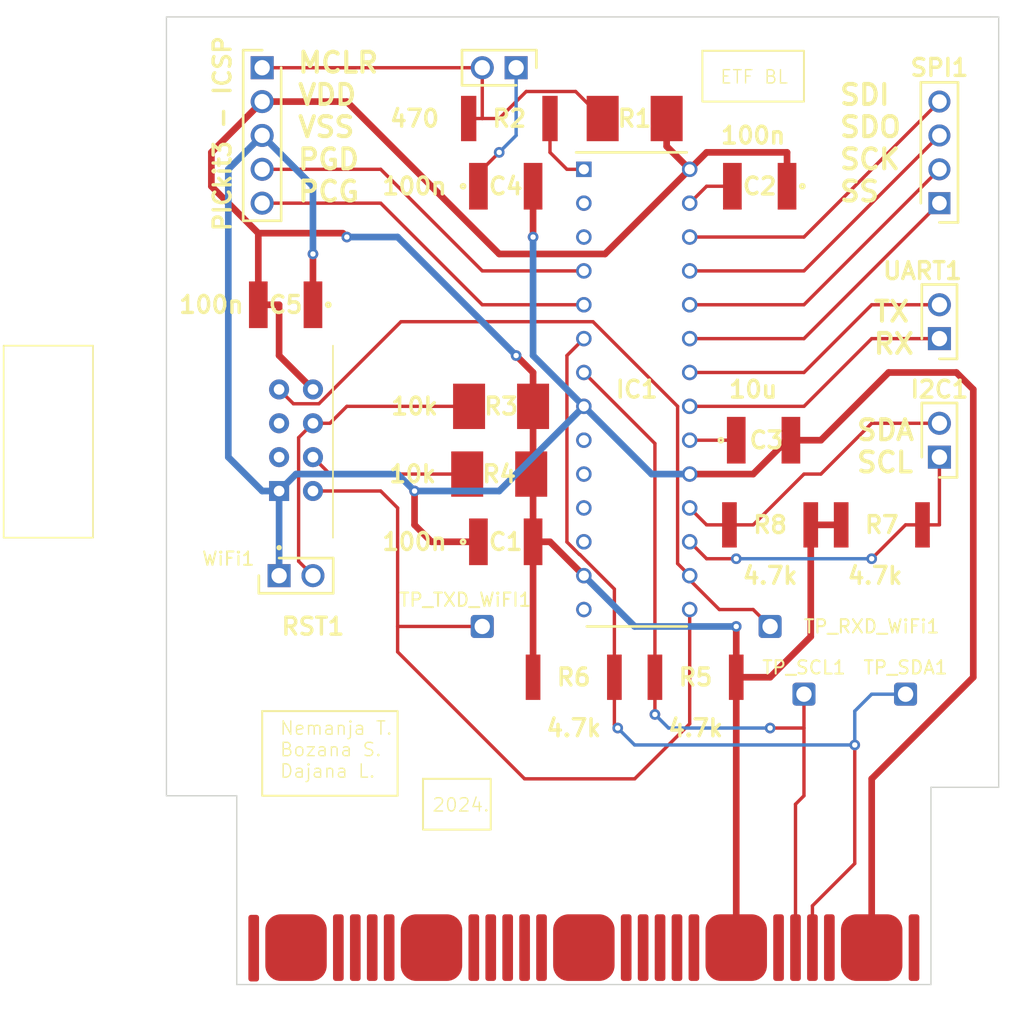
<source format=kicad_pcb>
(kicad_pcb (version 20221018) (generator pcbnew)
  (layers (0 "F.Cu" signal) (31 "B.Cu" signal) (34 "B.Paste" user) (35 "F.Paste" user) (36 "B.SilkS" user "B.Silkscreen") (37 "F.SilkS" user "F.Silkscreen") (38 "B.Mask" user) (39 "F.Mask" user) (44 "Edge.Cuts" user))
  (net 0 "")
  (net 1 "GND")
  (net 2 "VDD")
  (net 3 "Net-(IC1-VSS_2)")
  (net 4 "Net-(IC1-VCAP{slash}VDDCORE)")
  (net 5 "Net-(J19-Pin_1)")
  (net 6 "Net-(IC1-~{MCLR})")
  (net 9 "Net-(IC1-PGD1{slash}EMUD1{slash}AN2{slash}C2IN-{slash}RP0{slash}CN4{slash}RB0)")
  (net 10 "Net-(IC1-PGC1{slash}EMUC1{slash}AN3{slash}C2IN+{slash}RP1{slash}CN5{slash}RB1)")
  (net 11 "Net-(IC1-AN4{slash}C1IN-{slash}RP2{slash}SDA2{slash}CN6{slash}RB2)")
  (net 12 "Net-(IC1-AN5{slash}C1IN+{slash}RP3{slash}SCL2{slash}CN7{slash}RB3)")
  (net 18 "Net-(IC1-PGC3{slash}EMUC3{slash}RP6{slash}ASCL1{slash}CN24{slash}PMD6{slash}RB6)")
  (net 19 "Net-(IC1-RP7{slash}INT0{slash}CN23{slash}PMD5{slash}RB7)")
  (net 20 "/RX")
  (net 21 "/TX")
  (net 22 "/SS")
  (net 23 "/SCK")
  (net 24 "/SDO")
  (net 25 "/SDI")
  (net 26 "Net-(J1-Pin_1)")
  (net 27 "Net-(RST1-Pin_2)")
  (net 28 "Net-(WiFi1-EN)")
  (net 31 "/SCL_1")
  (net 32 "/SDA_1")
  (footprint "RES_10k:RESC6432X120N" (layer "F.Cu") (at 124.46 90.17 180)
    (fp_text reference "R4" (at 0 0) (layer "F.SilkS") (effects (font (size 1.27 1.27) (thickness 0.254))))
    (fp_text value "10k" (at 6.49 0) (layer "F.SilkS") (effects (font (size 1.27 1.27) (thickness 0.254))))
    (pad "1" smd rect (at -2.4 0 180) (size 2.4 3.4) (layers "F.Cu" "F.Paste" "F.Mask") (net 2 "VDD"))
    (pad "2" smd rect (at 2.4 0 180) (size 2.4 3.4) (layers "F.Cu" "F.Paste" "F.Mask") (net 28 "Net-(WiFi1-EN)"))
  )
  (footprint "RES_4k7:RESC6432X65N" (layer "F.Cu") (at 144.78 93.98 180)
    (fp_text reference "R8" (at 0 0) (layer "F.SilkS") (effects (font (size 1.27 1.27) (thickness 0.254))))
    (fp_text value "4.7k" (at 0 -3.81 180) (layer "F.SilkS") (effects (font (size 1.27 1.27) (thickness 0.254))))
    (pad "1" smd rect (at -3.05 0 180) (size 1.1 3.4) (layers "F.Cu" "F.Paste" "F.Mask") (net 2 "VDD"))
    (pad "2" smd rect (at 3.05 0 180) (size 1.1 3.4) (layers "F.Cu" "F.Paste" "F.Mask") (net 32 "/SDA_1"))
  )
  (footprint "PIC24FJ64GA002:DIP794W56P254L3486H508Q28N" (layer "F.Cu") (at 134.779 83.82)
    (fp_text reference "IC1" (at 0 0) (layer "F.SilkS") (effects (font (size 1.27 1.27) (thickness 0.254))))
    (fp_text value "PIC24FJ64GA002-I_SP" hide)
    (fp_line (start -4.548 -17.78) (end 3.746 -17.78) (stroke (width 0.2)) (layer "F.SilkS"))
    (fp_line (start -3.746 17.78) (end 3.746 17.78) (stroke (width 0.2)) (layer "F.SilkS"))
    (pad "1" thru_hole rect (at -3.969 -16.51) (size 1.159 1.159) (drill 0.759) (layers "*.Cu" "*.Mask") (net 6 "Net-(IC1-~{MCLR})"))
    (pad "2" thru_hole circle (at -3.969 -13.97) (size 1.159 1.159) (drill 0.759) (layers "*.Cu" "*.Mask"))
    (pad "3" thru_hole circle (at -3.969 -11.43) (size 1.159 1.159) (drill 0.759) (layers "*.Cu" "*.Mask"))
    (pad "4" thru_hole circle (at -3.969 -8.89) (size 1.159 1.159) (drill 0.759) (layers "*.Cu" "*.Mask") (net 9 "Net-(IC1-PGD1{slash}EMUD1{slash}AN2{slash}C2IN-{slash}RP0{slash}CN4{slash}RB0)"))
    (pad "5" thru_hole circle (at -3.969 -6.35) (size 1.159 1.159) (drill 0.759) (layers "*.Cu" "*.Mask") (net 10 "Net-(IC1-PGC1{slash}EMUC1{slash}AN3{slash}C2IN+{slash}RP1{slash}CN5{slash}RB1)"))
    (pad "6" thru_hole circle (at -3.969 -3.81) (size 1.159 1.159) (drill 0.759) (layers "*.Cu" "*.Mask") (net 11 "Net-(IC1-AN4{slash}C1IN-{slash}RP2{slash}SDA2{slash}CN6{slash}RB2)"))
    (pad "7" thru_hole circle (at -3.969 -1.27) (size 1.159 1.159) (drill 0.759) (layers "*.Cu" "*.Mask") (net 12 "Net-(IC1-AN5{slash}C1IN+{slash}RP3{slash}SCL2{slash}CN7{slash}RB3)"))
    (pad "8" thru_hole circle (at -3.969 1.27) (size 1.159 1.159) (drill 0.759) (layers "*.Cu" "*.Mask") (net 1 "GND"))
    (pad "9" thru_hole circle (at -3.969 3.81) (size 1.159 1.159) (drill 0.759) (layers "*.Cu" "*.Mask"))
    (pad "10" thru_hole circle (at -3.969 6.35) (size 1.159 1.159) (drill 0.759) (layers "*.Cu" "*.Mask"))
    (pad "11" thru_hole circle (at -3.969 8.89) (size 1.159 1.159) (drill 0.759) (layers "*.Cu" "*.Mask"))
    (pad "12" thru_hole circle (at -3.969 11.43) (size 1.159 1.159) (drill 0.759) (layers "*.Cu" "*.Mask"))
    (pad "13" thru_hole circle (at -3.969 13.97) (size 1.159 1.159) (drill 0.759) (layers "*.Cu" "*.Mask") (net 2 "VDD"))
    (pad "14" thru_hole circle (at -3.969 16.51) (size 1.159 1.159) (drill 0.759) (layers "*.Cu" "*.Mask"))
    (pad "15" thru_hole circle (at 3.969 16.51) (size 1.159 1.159) (drill 0.759) (layers "*.Cu" "*.Mask") (net 18 "Net-(IC1-PGC3{slash}EMUC3{slash}RP6{slash}ASCL1{slash}CN24{slash}PMD6{slash}RB6)"))
    (pad "16" thru_hole circle (at 3.969 13.97) (size 1.159 1.159) (drill 0.759) (layers "*.Cu" "*.Mask") (net 19 "Net-(IC1-RP7{slash}INT0{slash}CN23{slash}PMD5{slash}RB7)"))
    (pad "17" thru_hole circle (at 3.969 11.43) (size 1.159 1.159) (drill 0.759) (layers "*.Cu" "*.Mask") (net 31 "/SCL_1"))
    (pad "18" thru_hole circle (at 3.969 8.89) (size 1.159 1.159) (drill 0.759) (layers "*.Cu" "*.Mask") (net 32 "/SDA_1"))
    (pad "19" thru_hole circle (at 3.969 6.35) (size 1.159 1.159) (drill 0.759) (layers "*.Cu" "*.Mask") (net 1 "GND"))
    (pad "20" thru_hole circle (at 3.969 3.81) (size 1.159 1.159) (drill 0.759) (layers "*.Cu" "*.Mask") (net 4 "Net-(IC1-VCAP{slash}VDDCORE)"))
    (pad "21" thru_hole circle (at 3.969 1.27) (size 1.159 1.159) (drill 0.759) (layers "*.Cu" "*.Mask") (net 20 "/RX"))
    (pad "22" thru_hole circle (at 3.969 -1.27) (size 1.159 1.159) (drill 0.759) (layers "*.Cu" "*.Mask") (net 21 "/TX"))
    (pad "23" thru_hole circle (at 3.969 -3.81) (size 1.159 1.159) (drill 0.759) (layers "*.Cu" "*.Mask") (net 22 "/SS"))
    (pad "24" thru_hole circle (at 3.969 -6.35) (size 1.159 1.159) (drill 0.759) (layers "*.Cu" "*.Mask") (net 23 "/SCK"))
    (pad "25" thru_hole circle (at 3.969 -8.89) (size 1.159 1.159) (drill 0.759) (layers "*.Cu" "*.Mask") (net 24 "/SDO"))
    (pad "26" thru_hole circle (at 3.969 -11.43) (size 1.159 1.159) (drill 0.759) (layers "*.Cu" "*.Mask") (net 25 "/SDI"))
    (pad "27" thru_hole circle (at 3.969 -13.97) (size 1.159 1.159) (drill 0.759) (layers "*.Cu" "*.Mask") (net 3 "Net-(IC1-VSS_2)"))
    (pad "28" thru_hole circle (at 3.969 -16.51) (size 1.159 1.159) (drill 0.759) (layers "*.Cu" "*.Mask") (net 2 "VDD"))
  )
  (footprint "RES_4k7:RESC6432X65N" (layer "F.Cu") (at 153.16 93.98)
    (fp_text reference "R7" (at 0 0) (layer "F.SilkS") (effects (font (size 1.27 1.27) (thickness 0.254))))
    (fp_text value "4.7k" (at -0.51 3.81) (layer "F.SilkS") (effects (font (size 1.27 1.27) (thickness 0.254))))
    (pad "1" smd rect (at -3.05 0) (size 1.1 3.4) (layers "F.Cu" "F.Paste" "F.Mask") (net 2 "VDD"))
    (pad "2" smd rect (at 3.05 0) (size 1.1 3.4) (layers "F.Cu" "F.Paste" "F.Mask") (net 31 "/SCL_1"))
  )
  (footprint "Connector_Wire:SolderWire-0.1sqmm_1x01_D0.4mm_OD1mm" (layer "F.Cu") (at 144.78 101.6)
    (fp_text reference "TP_RXD_WiFi1" (at 7.62 0) (layer "F.SilkS"))
    (fp_text value "Conn_01x01_Pin" hide)
    (pad "1" thru_hole roundrect (at 0 0) (size 1.725 1.725) (drill 1.15) (layers "*.Cu" "*.Mask") (roundrect_rratio 0.15625) (net 19 "Net-(IC1-RP7{slash}INT0{slash}CN23{slash}PMD5{slash}RB7)"))
  )
  (footprint "P_4_HEADER:HDRV4W64P0X254_1X4_1016X254X889P" (layer "F.Cu") (at 157.48 69.85 90)
    (fp_text reference "SPI1" (at 10.16 0 180) (layer "F.SilkS") (effects (font (size 1.27 1.27) (thickness 0.254))))
    (fp_text value "Conn_01x04_Pin" hide)
    (fp_line (start -1.445 0) (end -1.445 1.395) (stroke (width 0.2)) (layer "F.SilkS"))
    (fp_line (start -1.445 1.395) (end 9.065 1.395) (stroke (width 0.2)) (layer "F.SilkS"))
    (fp_line (start 9.065 -1.395) (end 0 -1.395) (stroke (width 0.2)) (layer "F.SilkS"))
    (fp_line (start 9.065 1.395) (end 9.065 -1.395) (stroke (width 0.2)) (layer "F.SilkS"))
    (pad "1" thru_hole rect (at 0 0 90) (size 1.65 1.65) (drill 1.1) (layers "*.Cu" "*.Mask") (net 22 "/SS"))
    (pad "2" thru_hole circle (at 2.54 0 90) (size 1.65 1.65) (drill 1.1) (layers "*.Cu" "*.Mask") (net 23 "/SCK"))
    (pad "3" thru_hole circle (at 5.08 0 90) (size 1.65 1.65) (drill 1.1) (layers "*.Cu" "*.Mask") (net 24 "/SDO"))
    (pad "4" thru_hole circle (at 7.62 0 90) (size 1.65 1.65) (drill 1.1) (layers "*.Cu" "*.Mask") (net 25 "/SDI"))
  )
  (footprint "CAP_0.1uF:C1812" (layer "F.Cu") (at 144 68.58 180)
    (fp_text reference "C2" (at 0 0) (layer "F.SilkS") (effects (font (size 1.27 1.27) (thickness 0.254))))
    (fp_text value "100n" (at 0.49 3.81 180) (layer "F.SilkS") (effects (font (size 1.27 1.27) (thickness 0.254))))
    (fp_circle (center -3.2 0) (end -3.2 0.05) (stroke (width 0.2)) (fill none) (layer "F.SilkS"))
    (pad "1" smd rect (at -2.05 0 180) (size 1.4 3.5) (layers "F.Cu" "F.Paste" "F.Mask") (net 2 "VDD"))
    (pad "2" smd rect (at 2.05 0 180) (size 1.4 3.5) (layers "F.Cu" "F.Paste" "F.Mask") (net 3 "Net-(IC1-VSS_2)"))
  )
  (footprint "RES_10k:RESC6432X120N" (layer "F.Cu") (at 124.6 85.09 180)
    (fp_text reference "R3" (at 0 0) (layer "F.SilkS") (effects (font (size 1.27 1.27) (thickness 0.254))))
    (fp_text value "10k" (at 6.49 0) (layer "F.SilkS") (effects (font (size 1.27 1.27) (thickness 0.254))))
    (pad "1" smd rect (at -2.4 0 180) (size 2.4 3.4) (layers "F.Cu" "F.Paste" "F.Mask") (net 2 "VDD"))
    (pad "2" smd rect (at 2.4 0 180) (size 2.4 3.4) (layers "F.Cu" "F.Paste" "F.Mask") (net 27 "Net-(RST1-Pin_2)"))
  )
  (footprint "P_2_HEADER:HDRV2W66P0X254_1X2_508X254X874P" (layer "F.Cu") (at 157.48 88.9 90)
    (fp_text reference "I2C1" (at 5.08 0 180) (layer "F.SilkS") (effects (font (size 1.27 1.27) (thickness 0.254))))
    (fp_text value "Conn_01x02_Pin" hide)
    (fp_line (start -1.52 0) (end -1.52 1.32) (stroke (width 0.2)) (layer "F.SilkS"))
    (fp_line (start -1.52 1.32) (end 4.06 1.32) (stroke (width 0.2)) (layer "F.SilkS"))
    (fp_line (start 4.06 -1.32) (end 0 -1.32) (stroke (width 0.2)) (layer "F.SilkS"))
    (fp_line (start 4.06 1.32) (end 4.06 -1.32) (stroke (width 0.2)) (layer "F.SilkS"))
    (pad "1" thru_hole rect (at 0 0 90) (size 1.725 1.725) (drill 1.15) (layers "*.Cu" "*.Mask") (net 31 "/SCL_1"))
    (pad "2" thru_hole circle (at 2.54 0 90) (size 1.725 1.725) (drill 1.15) (layers "*.Cu" "*.Mask") (net 32 "/SDA_1"))
  )
  (footprint "RES_4k7:RESC6432X65N" (layer "F.Cu") (at 139.19 105.41 180)
    (fp_text reference "R5" (at 0 0) (layer "F.SilkS") (effects (font (size 1.27 1.27) (thickness 0.254))))
    (fp_text value "4.7k" (at 0 -3.81) (layer "F.SilkS") (effects (font (size 1.27 1.27) (thickness 0.254))))
    (pad "1" smd rect (at -3.05 0 180) (size 1.1 3.4) (layers "F.Cu" "F.Paste" "F.Mask") (net 2 "VDD"))
    (pad "2" smd rect (at 3.05 0 180) (size 1.1 3.4) (layers "F.Cu" "F.Paste" "F.Mask") (net 12 "Net-(IC1-AN5{slash}C1IN+{slash}RP3{slash}SCL2{slash}CN7{slash}RB3)"))
  )
  (footprint "CAP_0.1uF:C1812" (layer "F.Cu") (at 124.95 68.58)
    (fp_text reference "C4" (at 0 0) (layer "F.SilkS") (effects (font (size 1.27 1.27) (thickness 0.254))))
    (fp_text value "100n" (at -6.84 0) (layer "F.SilkS") (effects (font (size 1.27 1.27) (thickness 0.254))))
    (fp_circle (center -3.2 0) (end -3.2 0.05) (stroke (width 0.2)) (fill none) (layer "F.SilkS"))
    (pad "1" smd rect (at -2.05 0) (size 1.4 3.5) (layers "F.Cu" "F.Paste" "F.Mask") (net 5 "Net-(J19-Pin_1)"))
    (pad "2" smd rect (at 2.05 0) (size 1.4 3.5) (layers "F.Cu" "F.Paste" "F.Mask") (net 1 "GND"))
  )
  (footprint "RES_4k7:RESC6432X65N" (layer "F.Cu") (at 130.05 105.41)
    (fp_text reference "R6" (at 0 0) (layer "F.SilkS") (effects (font (size 1.27 1.27) (thickness 0.254))))
    (fp_text value "4.7k" (at 0 3.81) (layer "F.SilkS") (effects (font (size 1.27 1.27) (thickness 0.254))))
    (pad "1" smd rect (at -3.05 0) (size 1.1 3.4) (layers "F.Cu" "F.Paste" "F.Mask") (net 2 "VDD"))
    (pad "2" smd rect (at 3.05 0) (size 1.1 3.4) (layers "F.Cu" "F.Paste" "F.Mask") (net 11 "Net-(IC1-AN4{slash}C1IN-{slash}RP2{slash}SDA2{slash}CN6{slash}RB2)"))
  )
  (footprint "Connector_Wire:SolderWire-0.1sqmm_1x01_D0.4mm_OD1mm" (layer "F.Cu") (at 147.32 106.68)
    (fp_text reference "TP_SCL1" (at 0 -2) (layer "F.SilkS"))
    (fp_text value "Conn_01x01_Pin" hide)
    (pad "1" thru_hole roundrect (at 0 0) (size 1.725 1.725) (drill 1.15) (layers "*.Cu" "*.Mask") (roundrect_rratio 0.15625) (net 12 "Net-(IC1-AN5{slash}C1IN+{slash}RP3{slash}SCL2{slash}CN7{slash}RB3)"))
  )
  (footprint "CAP_0.1uF:C1812" (layer "F.Cu") (at 108.44 77.47 180)
    (fp_text reference "C5" (at 0 0 180) (layer "F.SilkS") (effects (font (size 1.27 1.27) (thickness 0.254))))
    (fp_text value "100n" (at 5.57 0) (layer "F.SilkS") (effects (font (size 1.27 1.27) (thickness 0.254))))
    (fp_circle (center -3.2 0) (end -3.2 0.05) (stroke (width 0.2)) (fill none) (layer "F.SilkS"))
    (pad "1" smd rect (at -2.05 0 180) (size 1.4 3.5) (layers "F.Cu" "F.Paste" "F.Mask") (net 1 "GND"))
    (pad "2" smd rect (at 2.05 0 180) (size 1.4 3.5) (layers "F.Cu" "F.Paste" "F.Mask") (net 2 "VDD"))
  )
  (footprint "CAP_0.1uF:C1812" (layer "F.Cu") (at 124.95 95.25)
    (fp_text reference "C1" (at 0 0) (layer "F.SilkS") (effects (font (size 1.27 1.27) (thickness 0.254))))
    (fp_text value "100n" (at -6.84 0) (layer "F.SilkS") (effects (font (size 1.27 1.27) (thickness 0.254))))
    (fp_circle (center -3.2 0) (end -3.2 0.05) (stroke (width 0.2)) (fill none) (layer "F.SilkS"))
    (pad "1" smd rect (at -2.05 0) (size 1.4 3.5) (layers "F.Cu" "F.Paste" "F.Mask") (net 1 "GND"))
    (pad "2" smd rect (at 2.05 0) (size 1.4 3.5) (layers "F.Cu" "F.Paste" "F.Mask") (net 2 "VDD"))
  )
  (footprint "P_2_HEADER:HDRV2W66P0X254_1X2_508X254X874P" (layer "F.Cu") (at 107.95 97.79)
    (fp_text reference "RST1" (at 2.54 3.81) (layer "F.SilkS") (effects (font (size 1.27 1.27) (thickness 0.254))))
    (fp_text value "Conn_01x02_Pin" hide)
    (fp_line (start -1.52 0) (end -1.52 1.32) (stroke (width 0.2)) (layer "F.SilkS"))
    (fp_line (start -1.52 1.32) (end 4.06 1.32) (stroke (width 0.2)) (layer "F.SilkS"))
    (fp_line (start 4.06 -1.32) (end 0 -1.32) (stroke (width 0.2)) (layer "F.SilkS"))
    (fp_line (start 4.06 1.32) (end 4.06 -1.32) (stroke (width 0.2)) (layer "F.SilkS"))
    (pad "1" thru_hole rect (at 0 0) (size 1.725 1.725) (drill 1.15) (layers "*.Cu" "*.Mask") (net 1 "GND"))
    (pad "2" thru_hole circle (at 2.54 0) (size 1.725 1.725) (drill 1.15) (layers "*.Cu" "*.Mask") (net 27 "Net-(RST1-Pin_2)"))
  )
  (footprint "Connector_Wire:SolderWire-0.1sqmm_1x01_D0.4mm_OD1mm" (layer "F.Cu") (at 154.94 106.68)
    (fp_text reference "TP_SDA1" (at 0 -2) (layer "F.SilkS"))
    (fp_text value "Conn_01x01_Pin" hide)
    (pad "1" thru_hole roundrect (at 0 0) (size 1.725 1.725) (drill 1.15) (layers "*.Cu" "*.Mask") (roundrect_rratio 0.15625) (net 11 "Net-(IC1-AN4{slash}C1IN-{slash}RP2{slash}SDA2{slash}CN6{slash}RB2)"))
  )
  (footprint "P_5_HEADER:HDRV5W67P0X254_1X5_1229X234X821P" (layer "F.Cu") (at 106.68 59.69 -90)
    (fp_text reference "J1" hide)
    (fp_text value "PICkit3 - ICSP" (at 4.94 2.985 90) (layer "F.SilkS") (effects (font (size 1.27 1.27) (thickness 0.254))))
    (fp_line (start -1.32 0) (end -1.32 1.425) (stroke (width 0.2)) (layer "F.SilkS"))
    (fp_line (start -1.32 1.425) (end 11.48 1.425) (stroke (width 0.2)) (layer "F.SilkS"))
    (fp_line (start 11.48 -1.425) (end 0 -1.425) (stroke (width 0.2)) (layer "F.SilkS"))
    (fp_line (start 11.48 1.425) (end 11.48 -1.425) (stroke (width 0.2)) (layer "F.SilkS"))
    (pad "1" thru_hole rect (at 0 0 270) (size 1.725 1.725) (drill 1.15) (layers "*.Cu" "*.Mask") (net 26 "Net-(J1-Pin_1)"))
    (pad "2" thru_hole circle (at 2.54 0 270) (size 1.725 1.725) (drill 1.15) (layers "*.Cu" "*.Mask") (net 2 "VDD"))
    (pad "3" thru_hole circle (at 5.08 0 270) (size 1.725 1.725) (drill 1.15) (layers "*.Cu" "*.Mask") (net 1 "GND"))
    (pad "4" thru_hole circle (at 7.62 0 270) (size 1.725 1.725) (drill 1.15) (layers "*.Cu" "*.Mask") (net 9 "Net-(IC1-PGD1{slash}EMUD1{slash}AN2{slash}C2IN-{slash}RP0{slash}CN4{slash}RB0)"))
    (pad "5" thru_hole circle (at 10.16 0 270) (size 1.725 1.725) (drill 1.15) (layers "*.Cu" "*.Mask") (net 10 "Net-(IC1-PGC1{slash}EMUC1{slash}AN3{slash}C2IN+{slash}RP1{slash}CN5{slash}RB1)"))
  )
  (footprint "P_2_HEADER:HDRV2W66P0X254_1X2_508X254X874P" (layer "F.Cu") (at 125.73 59.69 180)
    (fp_text reference "J19" hide)
    (fp_text value "Conn_01x02_Pin" hide)
    (fp_line (start -1.52 0) (end -1.52 1.32) (stroke (width 0.2)) (layer "F.SilkS"))
    (fp_line (start -1.52 1.32) (end 4.06 1.32) (stroke (width 0.2)) (layer "F.SilkS"))
    (fp_line (start 4.06 -1.32) (end 0 -1.32) (stroke (width 0.2)) (layer "F.SilkS"))
    (fp_line (start 4.06 1.32) (end 4.06 -1.32) (stroke (width 0.2)) (layer "F.SilkS"))
    (pad "1" thru_hole rect (at 0 0 180) (size 1.725 1.725) (drill 1.15) (layers "*.Cu" "*.Mask") (net 5 "Net-(J19-Pin_1)"))
    (pad "2" thru_hole circle (at 2.54 0 180) (size 1.725 1.725) (drill 1.15) (layers "*.Cu" "*.Mask") (net 26 "Net-(J1-Pin_1)"))
  )
  (footprint "Edge_Connector_Library:Edge_Connector" (layer "F.Cu") (at 104.775 128.27)
    (fp_text reference "U1" hide)
    (fp_text value "~" hide)
    (pad "1" smd roundrect (at 1.27 -2.54) (size 0.8 5) (layers "F.Cu" "F.Paste" "F.Mask"))
    (pad "2" smd roundrect (at 4.445 -2.58) (size 4.61 5) (layers "F.Cu" "F.Paste" "F.Mask"))
    (pad "3" smd roundrect (at 7.62 -2.58) (size 0.8 5) (layers "F.Cu" "F.Paste" "F.Mask"))
    (pad "4" smd roundrect (at 8.89 -2.58) (size 0.8 5) (layers "F.Cu" "F.Paste" "F.Mask"))
    (pad "5" smd roundrect (at 10.16 -2.58) (size 0.8 5) (layers "F.Cu" "F.Paste" "F.Mask"))
    (pad "6" smd roundrect (at 11.43 -2.58) (size 0.8 5) (layers "F.Cu" "F.Paste" "F.Mask"))
    (pad "7" smd roundrect (at 14.605 -2.58) (size 4.61 5) (layers "F.Cu" "F.Paste" "F.Mask"))
    (pad "8" smd roundrect (at 17.78 -2.58) (size 0.8 5) (layers "F.Cu" "F.Paste" "F.Mask"))
    (pad "9" smd roundrect (at 19.05 -2.58) (size 0.8 5) (layers "F.Cu" "F.Paste" "F.Mask"))
    (pad "10" smd roundrect (at 20.32 -2.58) (size 0.8 5) (layers "F.Cu" "F.Paste" "F.Mask"))
    (pad "11" smd roundrect (at 21.59 -2.58) (size 0.8 5) (layers "F.Cu" "F.Paste" "F.Mask"))
    (pad "12" smd roundrect (at 22.86 -2.58) (size 0.8 5) (layers "F.Cu" "F.Paste" "F.Mask"))
    (pad "13" smd roundrect (at 26.035 -2.58) (size 4.61 5) (layers "F.Cu" "F.Paste" "F.Mask"))
    (pad "14" smd roundrect (at 29.21 -2.58) (size 0.8 5) (layers "F.Cu" "F.Paste" "F.Mask"))
    (pad "15" smd roundrect (at 30.48 -2.58) (size 0.8 5) (layers "F.Cu" "F.Paste" "F.Mask"))
    (pad "16" smd roundrect (at 31.75 -2.58) (size 0.8 5) (layers "F.Cu" "F.Paste" "F.Mask"))
    (pad "17" smd roundrect (at 33.02 -2.58) (size 0.8 5) (layers "F.Cu" "F.Paste" "F.Mask"))
    (pad "18" smd roundrect (at 34.29 -2.58) (size 0.8 5) (layers "F.Cu" "F.Paste" "F.Mask"))
    (pad "19" smd roundrect (at 37.465 -2.58) (size 4.61 5) (layers "F.Cu" "F.Paste" "F.Mask") (net 2 "VDD"))
    (pad "20" smd roundrect (at 40.64 -2.58) (size 0.8 5) (layers "F.Cu" "F.Paste" "F.Mask"))
    (pad "21" smd roundrect (at 41.91 -2.58) (size 0.8 5) (layers "F.Cu" "F.Paste" "F.Mask") (net 12 "Net-(IC1-AN5{slash}C1IN+{slash}RP3{slash}SCL2{slash}CN7{slash}RB3)"))
    (pad "22" smd roundrect (at 43.18 -2.58) (size 0.8 5) (layers "F.Cu" "F.Paste" "F.Mask") (net 11 "Net-(IC1-AN4{slash}C1IN-{slash}RP2{slash}SDA2{slash}CN6{slash}RB2)"))
    (pad "23" smd roundrect (at 44.45 -2.58) (size 0.8 5) (layers "F.Cu" "F.Paste" "F.Mask"))
    (pad "24" smd roundrect (at 47.625 -2.58) (size 4.61 5) (layers "F.Cu" "F.Paste" "F.Mask") (net 1 "GND"))
    (pad "25" smd roundrect (at 50.8 -2.58) (size 0.8 5) (layers "F.Cu" "F.Paste" "F.Mask"))
  )
  (footprint "P_2_HEADER:HDRV2W66P0X254_1X2_508X254X874P" (layer "F.Cu") (at 157.48 80.01 90)
    (fp_text reference "UART1" (at 5.08 -1.27 180) (layer "F.SilkS") (effects (font (size 1.27 1.27) (thickness 0.254))))
    (fp_text value "Conn_01x02_Pin" hide)
    (fp_line (start -1.52 0) (end -1.52 1.32) (stroke (width 0.2)) (layer "F.SilkS"))
    (fp_line (start -1.52 1.32) (end 4.06 1.32) (stroke (width 0.2)) (layer "F.SilkS"))
    (fp_line (start 4.06 -1.32) (end 0 -1.32) (stroke (width 0.2)) (layer "F.SilkS"))
    (fp_line (start 4.06 1.32) (end 4.06 -1.32) (stroke (width 0.2)) (layer "F.SilkS"))
    (pad "1" thru_hole rect (at 0 0 90) (size 1.725 1.725) (drill 1.15) (layers "*.Cu" "*.Mask") (net 20 "/RX"))
    (pad "2" thru_hole circle (at 2.54 0 90) (size 1.725 1.725) (drill 1.15) (layers "*.Cu" "*.Mask") (net 21 "/TX"))
  )
  (footprint "RES_10k:RESC6432X120N" (layer "F.Cu") (at 134.62 63.5 180)
    (fp_text reference "R1" (at 0 0) (layer "F.SilkS") (effects (font (size 1.27 1.27) (thickness 0.254))))
    (fp_text value "10k" hide)
    (pad "1" smd rect (at -2.4 0 180) (size 2.4 3.4) (layers "F.Cu" "F.Paste" "F.Mask") (net 2 "VDD"))
    (pad "2" smd rect (at 2.4 0 180) (size 2.4 3.4) (layers "F.Cu" "F.Paste" "F.Mask") (net 26 "Net-(J1-Pin_1)"))
  )
  (footprint "CAP_10uF:C1812" (layer "F.Cu") (at 144.29 87.63)
    (fp_text reference "C3" (at 0.21 0) (layer "F.SilkS") (effects (font (size 1.27 1.27) (thickness 0.254))))
    (fp_text value "10u" (at -0.78 -3.81) (layer "F.SilkS") (effects (font (size 1.27 1.27) (thickness 0.254))))
    (fp_circle (center -3.2 0) (end -3.2 0.05) (stroke (width 0.2)) (fill none) (layer "F.SilkS"))
    (pad "1" smd rect (at -2.05 0) (size 1.4 3.5) (layers "F.Cu" "F.Paste" "F.Mask") (net 4 "Net-(IC1-VCAP{slash}VDDCORE)"))
    (pad "2" smd rect (at 2.05 0) (size 1.4 3.5) (layers "F.Cu" "F.Paste" "F.Mask") (net 1 "GND"))
  )
  (footprint "Connector_Wire:SolderWire-0.1sqmm_1x01_D0.4mm_OD1mm" (layer "F.Cu") (at 123.19 101.6)
    (fp_text reference "TP_TXD_WiFI1" (at -1.27 -2) (layer "F.SilkS"))
    (fp_text value "Conn_01x01_Pin" hide)
    (pad "1" thru_hole roundrect (at 0 0) (size 1.725 1.725) (drill 1.15) (layers "*.Cu" "*.Mask") (roundrect_rratio 0.15625) (net 18 "Net-(IC1-PGC3{slash}EMUC3{slash}RP6{slash}ASCL1{slash}CN24{slash}PMD6{slash}RB6)"))
  )
  (footprint "WiFi:XCVR_ESP8266-01_ESP-01" (layer "F.Cu") (at 99.64 87.63 90)
    (fp_text reference "WiFi1" (at -8.89 4.5 180) (layer "F.SilkS"))
    (fp_text value "ESP8266-01_ESP-01" hide)
    (fp_line (start -7.31 -12.35) (end 7.09 -12.35) (stroke (width 0.127)) (layer "F.SilkS"))
    (fp_line (start -7.31 -5.65) (end -7.31 -12.35) (stroke (width 0.127)) (layer "F.SilkS"))
    (fp_line (start 7.09 -12.35) (end 7.09 -5.65) (stroke (width 0.127)) (layer "F.SilkS"))
    (fp_line (start 7.09 -5.65) (end -7.31 -5.65) (stroke (width 0.127)) (layer "F.SilkS"))
    (fp_line (start 7.09 12.35) (end -7.31 12.35) (stroke (width 0.127)) (layer "F.SilkS"))
    (fp_circle (center -8.06 8.31) (end -7.96 8.31) (stroke (width 0.2)) (fill none) (layer "F.SilkS"))
    (pad "1" thru_hole rect (at -3.81 8.31 90) (size 1.5 1.5) (drill 0.8) (layers "*.Cu" "*.Mask") (net 1 "GND"))
    (pad "2" thru_hole circle (at -1.27 8.31 90) (size 1.5 1.5) (drill 0.8) (layers "*.Cu" "*.Mask"))
    (pad "3" thru_hole circle (at 1.27 8.31 90) (size 1.5 1.5) (drill 0.8) (layers "*.Cu" "*.Mask"))
    (pad "4" thru_hole circle (at 3.81 8.31 90) (size 1.5 1.5) (drill 0.8) (layers "*.Cu" "*.Mask") (net 19 "Net-(IC1-RP7{slash}INT0{slash}CN23{slash}PMD5{slash}RB7)"))
    (pad "5" thru_hole circle (at -3.81 10.85 90) (size 1.5 1.5) (drill 0.8) (layers "*.Cu" "*.Mask") (net 18 "Net-(IC1-PGC3{slash}EMUC3{slash}RP6{slash}ASCL1{slash}CN24{slash}PMD6{slash}RB6)"))
    (pad "6" thru_hole circle (at -1.27 10.85 90) (size 1.5 1.5) (drill 0.8) (layers "*.Cu" "*.Mask") (net 28 "Net-(WiFi1-EN)"))
    (pad "7" thru_hole circle (at 1.27 10.85 90) (size 1.5 1.5) (drill 0.8) (layers "*.Cu" "*.Mask") (net 27 "Net-(RST1-Pin_2)"))
    (pad "8" thru_hole circle (at 3.81 10.85 90) (size 1.5 1.5) (drill 0.8) (layers "*.Cu" "*.Mask") (net 2 "VDD"))
  )
  (footprint "RES_470:RESC6332X65N" (layer "F.Cu") (at 125.22 63.5)
    (fp_text reference "R2" (at 0 0) (layer "F.SilkS") (effects (font (size 1.27 1.27) (thickness 0.254))))
    (fp_text value "470" (at -7.11 0) (layer "F.SilkS") (effects (font (size 1.27 1.27) (thickness 0.254))))
    (pad "1" smd rect (at -3.05 0) (size 1.15 3.4) (layers "F.Cu" "F.Paste" "F.Mask") (net 26 "Net-(J1-Pin_1)"))
    (pad "2" smd rect (at 3.05 0) (size 1.15 3.4) (layers "F.Cu" "F.Paste" "F.Mask") (net 6 "Net-(IC1-~{MCLR})"))
  )
  (gr_rect (start 106.68 107.95) (end 116.84 114.3) (stroke (width 0.15)) (fill none) (layer "F.SilkS"))
  (gr_rect (start 139.7 58.42) (end 147.32 62.23) (stroke (width 0.15)) (fill none) (layer "F.SilkS"))
  (gr_rect (start 118.745 113.03) (end 123.825 116.84) (stroke (width 0.15)) (fill none) (layer "F.SilkS"))
  (gr_line (start 156.845 113.665) (end 156.845 128.46) (stroke (width 0.1)) (layer "Edge.Cuts"))
  (gr_line (start 156.845 128.46) (end 104.775 128.46) (stroke (width 0.1)) (layer "Edge.Cuts"))
  (gr_line (start 161.29 55.88) (end 161.925 55.88) (stroke (width 0.1)) (layer "Edge.Cuts"))
  (gr_line (start 161.925 55.88) (end 161.925 113.665) (stroke (width 0.1)) (layer "Edge.Cuts"))
  (gr_line (start 104.775 128.46) (end 104.775 114.3) (stroke (width 0.1)) (layer "Edge.Cuts"))
  (gr_line (start 104.775 114.3) (end 99.5 114.3) (stroke (width 0.1)) (layer "Edge.Cuts"))
  (gr_line (start 161.925 113.665) (end 156.845 113.665) (stroke (width 0.1)) (layer "Edge.Cuts"))
  (gr_line (start 161.29 55.88) (end 99.5 55.88) (stroke (width 0.1)) (layer "Edge.Cuts"))
  (gr_line (start 99.5 114.3) (end 99.5 55.88) (stroke (width 0.1)) (layer "Edge.Cuts"))
  (gr_text "SDA\nSCL" (at 151.13 90.17) (layer "F.SilkS") (effects (font (size 1.5 1.5) (thickness 0.3) bold) (justify left bottom)))
  (gr_text "2024." (at 119.38 115.57) (layer "F.SilkS") (effects (font (size 1 1) (thickness 0.1)) (justify left bottom)))
  (gr_text "SDI\nSDO\nSCK\nSS" (at 149.86 69.85) (layer "F.SilkS") (effects (font (size 1.5 1.5) (thickness 0.3) bold) (justify left bottom)))
  (gr_text "Nemanja T.\nBozana S.\nDajana L." (at 107.95 113.03) (layer "F.SilkS") (effects (font (size 1 1) (thickness 0.1)) (justify left bottom)))
  (gr_text "ETF BL" (at 140.97 60.96) (layer "F.SilkS") (effects (font (size 1 1) (thickness 0.1)) (justify left bottom)))
  (gr_text "TX\nRX" (at 152.4 81.28) (layer "F.SilkS") (effects (font (size 1.5 1.5) (thickness 0.3) bold) (justify left bottom)))
  (gr_text "MCLR\nVDD\nVSS\nPGD\nPCG" (at 109.22 69.85) (layer "F.SilkS") (effects (font (size 1.5 1.5) (thickness 0.3) bold) (justify left bottom)))
  (segment (start 152.4 113.03) (end 160.02 105.41) (width 0.5) (layer "F.Cu") (net 1))
  (segment (start 158.75 82.55) (end 153.67 82.55) (width 0.5) (layer "F.Cu") (net 1))
  (segment (start 110.49 77.47) (end 110.49 73.66) (width 0.5) (layer "F.Cu") (net 1))
  (segment (start 152.4 125.5) (end 152.4 113.03) (width 0.5) (layer "F.Cu") (net 1))
  (segment (start 127 68.58) (end 127 72.39) (width 0.5) (layer "F.Cu") (net 1))
  (segment (start 153.67 82.55) (end 148.59 87.63) (width 0.5) (layer "F.Cu") (net 1))
  (segment (start 148.59 87.63) (end 146.34 87.63) (width 0.5) (layer "F.Cu") (net 1))
  (segment (start 143.51 90.17) (end 138.748 90.17) (width 0.5) (layer "F.Cu") (net 1))
  (segment (start 119.38 95.25) (end 118.11 93.98) (width 0.5) (layer "F.Cu") (net 1))
  (segment (start 146.05 87.63) (end 143.51 90.17) (width 0.5) (layer "F.Cu") (net 1))
  (segment (start 160.02 83.82) (end 158.75 82.55) (width 0.5) (layer "F.Cu") (net 1))
  (segment (start 118.11 93.98) (end 118.11 91.44) (width 0.5) (layer "F.Cu") (net 1))
  (segment (start 146.34 87.63) (end 146.05 87.63) (width 0.254) (layer "F.Cu") (net 1))
  (segment (start 122.9 95.25) (end 119.38 95.25) (width 0.5) (layer "F.Cu") (net 1))
  (segment (start 160.02 105.41) (end 160.02 83.82) (width 0.5) (layer "F.Cu") (net 1))
  (via (at 118.11 91.44) (size 0.8) (drill 0.4) (layers "F.Cu" "B.Cu") (net 1))
  (via (at 110.49 73.66) (size 0.8) (drill 0.4) (layers "F.Cu" "B.Cu") (net 1))
  (via (at 127 72.39) (size 0.8) (drill 0.4) (layers "F.Cu" "B.Cu") (net 1))
  (segment (start 104.14 67.31) (end 104.14 88.9) (width 0.5) (layer "B.Cu") (net 1))
  (segment (start 116.84 90.17) (end 109.22 90.17) (width 0.5) (layer "B.Cu") (net 1))
  (segment (start 109.22 90.17) (end 107.95 91.44) (width 0.5) (layer "B.Cu") (net 1))
  (segment (start 130.81 85.09) (end 124.46 91.44) (width 0.5) (layer "B.Cu") (net 1))
  (segment (start 127 81.28) (end 130.81 85.09) (width 0.5) (layer "B.Cu") (net 1))
  (segment (start 127 72.39) (end 127 81.28) (width 0.5) (layer "B.Cu") (net 1))
  (segment (start 138.748 90.17) (end 135.89 90.17) (width 0.5) (layer "B.Cu") (net 1))
  (segment (start 118.11 91.44) (end 116.84 90.17) (width 0.5) (layer "B.Cu") (net 1))
  (segment (start 106.68 64.77) (end 110.49 68.58) (width 0.5) (layer "B.Cu") (net 1))
  (segment (start 106.68 64.77) (end 104.14 67.31) (width 0.5) (layer "B.Cu") (net 1))
  (segment (start 110.49 73.66) (end 110.49 68.58) (width 0.5) (layer "B.Cu") (net 1))
  (segment (start 124.46 91.44) (end 118.11 91.44) (width 0.5) (layer "B.Cu") (net 1))
  (segment (start 106.68 91.44) (end 107.95 91.44) (width 0.5) (layer "B.Cu") (net 1))
  (segment (start 135.89 90.17) (end 130.81 85.09) (width 0.5) (layer "B.Cu") (net 1))
  (segment (start 107.95 91.44) (end 107.95 97.79) (width 0.5) (layer "B.Cu") (net 1))
  (segment (start 104.14 88.9) (end 106.68 91.44) (width 0.5) (layer "B.Cu") (net 1))
  (segment (start 106.39 72.1) (end 102.87 68.58) (width 0.5) (layer "F.Cu") (net 2))
  (segment (start 142.24 124.46) (end 142.24 105.41) (width 0.5) (layer "F.Cu") (net 2))
  (segment (start 127 95.25) (end 128.27 95.25) (width 0.5) (layer "F.Cu") (net 2))
  (segment (start 102.87 68.58) (end 102.87 66.04) (width 0.5) (layer "F.Cu") (net 2))
  (segment (start 144.78 105.41) (end 142.24 105.41) (width 0.5) (layer "F.Cu") (net 2))
  (segment (start 132.398 73.66) (end 138.748 67.31) (width 0.5) (layer "F.Cu") (net 2))
  (segment (start 110.49 83.82) (end 107.95 81.28) (width 0.5) (layer "F.Cu") (net 2))
  (segment (start 127 90.31) (end 126.86 90.17) (width 0.254) (layer "F.Cu") (net 2))
  (segment (start 102.87 66.04) (end 106.68 62.23) (width 0.5) (layer "F.Cu") (net 2))
  (segment (start 137.02 65.582) (end 138.748 67.31) (width 0.5) (layer "F.Cu") (net 2))
  (segment (start 137.02 63.5) (end 137.02 65.582) (width 0.5) (layer "F.Cu") (net 2))
  (segment (start 127 90.03) (end 126.86 90.17) (width 0.254) (layer "F.Cu") (net 2))
  (segment (start 147.83 93.98) (end 147.83 102.36) (width 0.5) (layer "F.Cu") (net 2))
  (segment (start 127 82.55) (end 125.73 81.28) (width 0.5) (layer "F.Cu") (net 2))
  (segment (start 142.24 105.41) (end 142.24 101.6) (width 0.5) (layer "F.Cu") (net 2))
  (segment (start 140.018 66.04) (end 146.05 66.04) (width 0.5) (layer "F.Cu") (net 2))
  (segment (start 106.68 62.23) (end 113.03 62.23) (width 0.5) (layer "F.Cu") (net 2))
  (segment (start 127 105.41) (end 127 95.25) (width 0.5) (layer "F.Cu") (net 2))
  (segment (start 147.83 102.36) (end 144.78 105.41) (width 0.5) (layer "F.Cu") (net 2))
  (segment (start 138.748 67.31) (end 140.018 66.04) (width 0.5) (layer "F.Cu") (net 2))
  (segment (start 146.05 66.04) (end 146.05 68.58) (width 0.5) (layer "F.Cu") (net 2))
  (segment (start 107.95 77.47) (end 106.39 77.47) (width 0.5) (layer "F.Cu") (net 2))
  (segment (start 150.11 93.98) (end 147.83 93.98) (width 0.5) (layer "F.Cu") (net 2))
  (segment (start 107.95 81.28) (end 107.95 77.47) (width 0.5) (layer "F.Cu") (net 2))
  (segment (start 128.27 95.25) (end 130.81 97.79) (width 0.5) (layer "F.Cu") (net 2))
  (segment (start 113.03 62.23) (end 124.46 73.66) (width 0.5) (layer "F.Cu") (net 2))
  (segment (start 112.74 72.1) (end 113.03 72.39) (width 0.254) (layer "F.Cu") (net 2))
  (segment (start 127 85.09) (end 127 82.55) (width 0.5) (layer "F.Cu") (net 2))
  (segment (start 124.46 73.66) (end 132.398 73.66) (width 0.5) (layer "F.Cu") (net 2))
  (segment (start 106.39 72.1) (end 112.74 72.1) (width 0.5) (layer "F.Cu") (net 2))
  (segment (start 127 95.25) (end 127 90.31) (width 0.5) (layer "F.Cu") (net 2))
  (segment (start 127 85.09) (end 127 90.03) (width 0.5) (layer "F.Cu") (net 2))
  (segment (start 106.39 77.47) (end 106.39 72.1) (width 0.5) (layer "F.Cu") (net 2))
  (via (at 142.24 101.6) (size 0.8) (drill 0.4) (layers "F.Cu" "B.Cu") (net 2))
  (via (at 125.73 81.28) (size 0.8) (drill 0.4) (layers "F.Cu" "B.Cu") (net 2))
  (via (at 113.03 72.39) (size 0.8) (drill 0.4) (layers "F.Cu" "B.Cu") (net 2))
  (segment (start 134.62 101.6) (end 130.81 97.79) (width 0.5) (layer "B.Cu") (net 2))
  (segment (start 116.84 72.39) (end 125.73 81.28) (width 0.5) (layer "B.Cu") (net 2))
  (segment (start 142.24 101.6) (end 134.62 101.6) (width 0.5) (layer "B.Cu") (net 2))
  (segment (start 113.03 72.39) (end 116.84 72.39) (width 0.5) (layer "B.Cu") (net 2))
  (segment (start 141.95 68.58) (end 140.018 68.58) (width 0.254) (layer "F.Cu") (net 3))
  (segment (start 140.018 68.58) (end 138.748 69.85) (width 0.254) (layer "F.Cu") (net 3))
  (segment (start 138.748 87.63) (end 142.24 87.63) (width 0.254) (layer "F.Cu") (net 4))
  (segment (start 124.46 66.04) (end 122.9 67.6) (width 0.254) (layer "F.Cu") (net 5))
  (segment (start 122.9 67.6) (end 122.9 68.58) (width 0.254) (layer "F.Cu") (net 5))
  (via (at 124.46 66.04) (size 0.8) (drill 0.4) (layers "F.Cu" "B.Cu") (net 5))
  (segment (start 125.73 64.77) (end 125.73 59.69) (width 0.254) (layer "B.Cu") (net 5))
  (segment (start 124.46 66.04) (end 125.73 64.77) (width 0.254) (layer "B.Cu") (net 5))
  (segment (start 129.54 67.31) (end 128.27 66.04) (width 0.254) (layer "F.Cu") (net 6))
  (segment (start 130.67 67.45) (end 130.81 67.31) (width 0.254) (layer "F.Cu") (net 6))
  (segment (start 128.27 66.04) (end 128.27 63.5) (width 0.254) (layer "F.Cu") (net 6))
  (segment (start 130.81 67.31) (end 129.54 67.31) (width 0.254) (layer "F.Cu") (net 6))
  (segment (start 130.67 75.07) (end 130.81 74.93) (width 0.254) (layer "F.Cu") (net 9))
  (segment (start 106.68 67.31) (end 115.57 67.31) (width 0.254) (layer "F.Cu") (net 9))
  (segment (start 115.57 67.31) (end 123.19 74.93) (width 0.254) (layer "F.Cu") (net 9))
  (segment (start 123.19 74.93) (end 130.81 74.93) (width 0.254) (layer "F.Cu") (net 9))
  (segment (start 130.67 75.07) (end 130.81 74.93) (width 0.254) (layer "B.Cu") (net 9))
  (segment (start 123.19 77.47) (end 130.81 77.47) (width 0.254) (layer "F.Cu") (net 10))
  (segment (start 115.57 69.85) (end 123.19 77.47) (width 0.254) (layer "F.Cu") (net 10))
  (segment (start 106.68 69.85) (end 115.57 69.85) (width 0.254) (layer "F.Cu") (net 10))
  (segment (start 130.67 77.61) (end 130.81 77.47) (width 0.254) (layer "F.Cu") (net 10))
  (segment (start 130.67 77.61) (end 130.81 77.47) (width 0.254) (layer "B.Cu") (net 10))
  (segment (start 133.35 109.22) (end 133.1 108.97) (width 0.254) (layer "F.Cu") (net 11))
  (segment (start 130.500959 96.198974) (end 130.476989 96.198974) (width 0.254) (layer "F.Cu") (net 11))
  (segment (start 129.54 95.261985) (end 129.54 81.28) (width 0.254) (layer "F.Cu") (net 11))
  (segment (start 147.955 125.69) (end 147.955 122.555) (width 0.254) (layer "F.Cu") (net 11))
  (segment (start 130.476989 96.198974) (end 129.54 95.261985) (width 0.254) (layer "F.Cu") (net 11))
  (segment (start 129.54 81.28) (end 130.81 80.01) (width 0.254) (layer "F.Cu") (net 11))
  (segment (start 147.955 122.555) (end 151.13 119.38) (width 0.254) (layer "F.Cu") (net 11))
  (segment (start 133.1 108.97) (end 133.1 105.41) (width 0.254) (layer "F.Cu") (net 11))
  (segment (start 133.1 98.798015) (end 130.500959 96.198974) (width 0.254) (layer "F.Cu") (net 11))
  (segment (start 151.13 119.38) (end 151.13 110.49) (width 0.254) (layer "F.Cu") (net 11))
  (segment (start 133.1 105.41) (end 133.1 98.798015) (width 0.254) (layer "F.Cu") (net 11))
  (via (at 133.35 109.22) (size 0.8) (drill 0.4) (layers "F.Cu" "B.Cu") (net 11))
  (via (at 151.13 110.49) (size 0.8) (drill 0.4) (layers "F.Cu" "B.Cu") (net 11))
  (segment (start 152.4 106.68) (end 154.94 106.68) (width 0.254) (layer "B.Cu") (net 11))
  (segment (start 151.13 107.95) (end 152.4 106.68) (width 0.254) (layer "B.Cu") (net 11))
  (segment (start 151.13 110.49) (end 151.13 107.95) (width 0.254) (layer "B.Cu") (net 11))
  (segment (start 134.62 110.49) (end 151.13 110.49) (width 0.254) (layer "B.Cu") (net 11))
  (segment (start 133.35 109.22) (end 134.62 110.49) (width 0.254) (layer "B.Cu") (net 11))
  (segment (start 147.32 109.22) (end 147.32 106.68) (width 0.254) (layer "F.Cu") (net 12))
  (segment (start 146.685 114.935) (end 146.685 124.46) (width 0.254) (layer "F.Cu") (net 12))
  (segment (start 147.32 114.3) (end 146.685 114.935) (width 0.254) (layer "F.Cu") (net 12))
  (segment (start 136.14 105.41) (end 136.14 87.88) (width 0.254) (layer "F.Cu") (net 12))
  (segment (start 136.14 87.88) (end 130.81 82.55) (width 0.254) (layer "F.Cu") (net 12))
  (segment (start 147.32 109.22) (end 147.32 114.3) (width 0.254) (layer "F.Cu") (net 12))
  (segment (start 136.14 108.2) (end 136.14 105.41) (width 0.254) (layer "F.Cu") (net 12))
  (segment (start 147.32 109.22) (end 144.78 109.22) (width 0.254) (layer "F.Cu") (net 12))
  (via (at 144.78 109.22) (size 0.8) (drill 0.4) (layers "F.Cu" "B.Cu") (net 12))
  (via (at 136.14 108.2) (size 0.8) (drill 0.4) (layers "F.Cu" "B.Cu") (net 12))
  (segment (start 136.14 108.2) (end 137.16 109.22) (width 0.254) (layer "B.Cu") (net 12))
  (segment (start 137.16 109.22) (end 144.78 109.22) (width 0.254) (layer "B.Cu") (net 12))
  (segment (start 115.57 91.44) (end 116.84 92.71) (width 0.254) (layer "F.Cu") (net 18))
  (segment (start 116.84 101.6) (end 116.84 103.505) (width 0.254) (layer "F.Cu") (net 18))
  (segment (start 138.748 108.902) (end 138.748 100.33) (width 0.254) (layer "F.Cu") (net 18))
  (segment (start 110.49 91.44) (end 115.57 91.44) (width 0.254) (layer "F.Cu") (net 18))
  (segment (start 134.62 113.03) (end 138.748 108.902) (width 0.254) (layer "F.Cu") (net 18))
  (segment (start 116.84 103.505) (end 126.365 113.03) (width 0.254) (layer "F.Cu") (net 18))
  (segment (start 123.19 101.6) (end 116.84 101.6) (width 0.254) (layer "F.Cu") (net 18))
  (segment (start 116.84 92.71) (end 116.84 101.6) (width 0.254) (layer "F.Cu") (net 18))
  (segment (start 126.365 113.03) (end 134.62 113.03) (width 0.254) (layer "F.Cu") (net 18))
  (segment (start 109.027 84.897) (end 110.936109 84.897) (width 0.254) (layer "F.Cu") (net 19))
  (segment (start 137.8415 96.8835) (end 138.748 97.79) (width 0.254) (layer "F.Cu") (net 19))
  (segment (start 140.97 100.33) (end 143.51 100.33) (width 0.254) (layer "F.Cu") (net 19))
  (segment (start 131.4915 78.74) (end 137.8415 85.09) (width 0.254) (layer "F.Cu") (net 19))
  (segment (start 138.748 98.108) (end 140.97 100.33) (width 0.254) (layer "F.Cu") (net 19))
  (segment (start 117.093109 78.74) (end 131.4915 78.74) (width 0.254) (layer "F.Cu") (net 19))
  (segment (start 143.51 100.33) (end 144.78 101.6) (width 0.254) (layer "F.Cu") (net 19))
  (segment (start 138.748 97.79) (end 138.748 98.108) (width 0.254) (layer "F.Cu") (net 19))
  (segment (start 110.936109 84.897) (end 117.093109 78.74) (width 0.254) (layer "F.Cu") (net 19))
  (segment (start 107.95 83.82) (end 109.027 84.897) (width 0.254) (layer "F.Cu") (net 19))
  (segment (start 137.8415 85.09) (end 137.8415 96.8835) (width 0.254) (layer "F.Cu") (net 19))
  (segment (start 147.32 85.09) (end 152.4 80.01) (width 0.254) (layer "F.Cu") (net 20))
  (segment (start 138.748 85.09) (end 147.32 85.09) (width 0.254) (layer "F.Cu") (net 20))
  (segment (start 152.4 80.01) (end 157.48 80.01) (width 0.254) (layer "F.Cu") (net 20))
  (segment (start 152.4 77.47) (end 147.32 82.55) (width 0.254) (layer "F.Cu") (net 21))
  (segment (start 147.32 82.55) (end 138.748 82.55) (width 0.254) (layer "F.Cu") (net 21))
  (segment (start 157.48 77.47) (end 152.4 77.47) (width 0.254) (layer "F.Cu") (net 21))
  (segment (start 147.32 80.01) (end 138.748 80.01) (width 0.254) (layer "F.Cu") (net 22))
  (segment (start 157.48 69.85) (end 147.32 80.01) (width 0.254) (layer "F.Cu") (net 22))
  (segment (start 147.32 77.47) (end 138.748 77.47) (width 0.254) (layer "F.Cu") (net 23))
  (segment (start 157.48 67.31) (end 147.32 77.47) (width 0.254) (layer "F.Cu") (net 23))
  (segment (start 157.48 64.77) (end 147.32 74.93) (width 0.254) (layer "F.Cu") (net 24))
  (segment (start 147.32 74.93) (end 138.748 74.93) (width 0.254) (layer "F.Cu") (net 24))
  (segment (start 147.32 72.39) (end 138.748 72.39) (width 0.254) (layer "F.Cu") (net 25))
  (segment (start 157.48 62.23) (end 147.32 72.39) (width 0.254) (layer "F.Cu") (net 25))
  (segment (start 130.193 61.473) (end 126.487 61.473) (width 0.254) (layer "F.Cu") (net 26))
  (segment (start 123.19 59.69) (end 123.19 63.5) (width 0.254) (layer "F.Cu") (net 26))
  (segment (start 132.22 63.5) (end 130.193 61.473) (width 0.254) (layer "F.Cu") (net 26))
  (segment (start 126.487 61.473) (end 124.46 63.5) (width 0.254) (layer "F.Cu") (net 26))
  (segment (start 124.46 63.5) (end 123.19 63.5) (width 0.254) (layer "F.Cu") (net 26))
  (segment (start 106.68 59.69) (end 123.19 59.69) (width 0.254) (layer "F.Cu") (net 26))
  (segment (start 123.19 63.5) (end 122.17 63.5) (width 0.254) (layer "F.Cu") (net 26))
  (segment (start 110.49 97.79) (end 109.413 96.713) (width 0.254) (layer "F.Cu") (net 27))
  (segment (start 113.03 85.09) (end 111.76 86.36) (width 0.254) (layer "F.Cu") (net 27))
  (segment (start 111.76 86.36) (end 110.49 86.36) (width 0.254) (layer "F.Cu") (net 27))
  (segment (start 122.2 85.09) (end 113.03 85.09) (width 0.254) (layer "F.Cu") (net 27))
  (segment (start 109.413 96.713) (end 109.413 87.437) (width 0.254) (layer "F.Cu") (net 27))
  (segment (start 109.413 87.437) (end 110.49 86.36) (width 0.254) (layer "F.Cu") (net 27))
  (segment (start 111.76 90.17) (end 110.49 88.9) (width 0.254) (layer "F.Cu") (net 28))
  (segment (start 122.06 90.17) (end 111.76 90.17) (width 0.254) (layer "F.Cu") (net 28))
  (segment (start 157.48 93.98) (end 156.21 93.98) (width 0.254) (layer "F.Cu") (net 31))
  (segment (start 154.94 93.98) (end 152.4 96.52) (width 0.254) (layer "F.Cu") (net 31))
  (segment (start 140.018 96.52) (end 142.24 96.52) (width 0.254) (layer "F.Cu") (net 31))
  (segment (start 157.48 88.9) (end 157.48 93.98) (width 0.254) (layer "F.Cu") (net 31))
  (segment (start 138.748 95.25) (end 140.018 96.52) (width 0.254) (layer "F.Cu") (net 31))
  (segment (start 156.21 93.98) (end 154.94 93.98) (width 0.254) (layer "F.Cu") (net 31))
  (via (at 142.24 96.52) (size 0.8) (drill 0.4) (layers "F.Cu" "B.Cu") (net 31))
  (via (at 152.4 96.52) (size 0.8) (drill 0.4) (layers "F.Cu" "B.Cu") (net 31))
  (segment (start 152.4 96.52) (end 142.24 96.52) (width 0.254) (layer "B.Cu") (net 31))
  (segment (start 141.73 93.98) (end 143.51 93.98) (width 0.254) (layer "F.Cu") (net 32))
  (segment (start 143.51 93.98) (end 147.32 90.17) (width 0.254) (layer "F.Cu") (net 32))
  (segment (start 141.73 93.98) (end 140.018 93.98) (width 0.254) (layer "F.Cu") (net 32))
  (segment (start 147.32 90.17) (end 148.59 90.17) (width 0.254) (layer "F.Cu") (net 32))
  (segment (start 148.59 90.17) (end 152.4 86.36) (width 0.254) (layer "F.Cu") (net 32))
  (segment (start 152.4 86.36) (end 157.48 86.36) (width 0.254) (layer "F.Cu") (net 32))
  (segment (start 140.018 93.98) (end 138.748 92.71) (width 0.254) (layer "F.Cu") (net 32))
)
</source>
